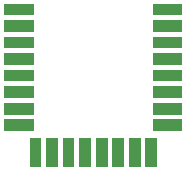
<source format=gtp>
G04 MADE WITH FRITZING*
G04 WWW.FRITZING.ORG*
G04 DOUBLE SIDED*
G04 HOLES PLATED*
G04 CONTOUR ON CENTER OF CONTOUR VECTOR*
%ASAXBY*%
%FSLAX23Y23*%
%MOIN*%
%OFA0B0*%
%SFA1.0B1.0*%
%LNPASTEMASK1*%
G90*
G70*
G36*
X334Y326D02*
X373Y326D01*
X373Y423D01*
X334Y423D01*
X334Y326D02*
G37*
D02*
G36*
X389Y326D02*
X428Y326D01*
X428Y423D01*
X389Y423D01*
X389Y326D02*
G37*
D02*
G36*
X444Y326D02*
X483Y326D01*
X483Y423D01*
X444Y423D01*
X444Y326D02*
G37*
D02*
G36*
X499Y326D02*
X539Y326D01*
X539Y423D01*
X499Y423D01*
X499Y326D02*
G37*
D02*
G36*
X554Y326D02*
X594Y326D01*
X594Y423D01*
X554Y423D01*
X554Y326D02*
G37*
D02*
G36*
X609Y326D02*
X649Y326D01*
X649Y423D01*
X609Y423D01*
X609Y326D02*
G37*
D02*
G36*
X665Y326D02*
X704Y326D01*
X704Y423D01*
X665Y423D01*
X665Y326D02*
G37*
D02*
G36*
X720Y326D02*
X759Y326D01*
X759Y423D01*
X720Y423D01*
X720Y326D02*
G37*
D02*
G36*
X250Y445D02*
X347Y445D01*
X347Y485D01*
X250Y485D01*
X250Y445D02*
G37*
D02*
G36*
X250Y500D02*
X347Y500D01*
X347Y540D01*
X250Y540D01*
X250Y500D02*
G37*
D02*
G36*
X250Y555D02*
X347Y555D01*
X347Y595D01*
X250Y595D01*
X250Y555D02*
G37*
D02*
G36*
X250Y611D02*
X347Y611D01*
X347Y650D01*
X250Y650D01*
X250Y611D02*
G37*
D02*
G36*
X250Y666D02*
X347Y666D01*
X347Y705D01*
X250Y705D01*
X250Y666D02*
G37*
D02*
G36*
X250Y721D02*
X347Y721D01*
X347Y760D01*
X250Y760D01*
X250Y721D02*
G37*
D02*
G36*
X250Y776D02*
X347Y776D01*
X347Y815D01*
X250Y815D01*
X250Y776D02*
G37*
D02*
G36*
X250Y831D02*
X347Y831D01*
X347Y870D01*
X250Y870D01*
X250Y831D02*
G37*
D02*
G36*
X746Y445D02*
X842Y445D01*
X842Y485D01*
X746Y485D01*
X746Y445D02*
G37*
D02*
G36*
X746Y500D02*
X842Y500D01*
X842Y540D01*
X746Y540D01*
X746Y500D02*
G37*
D02*
G36*
X746Y555D02*
X842Y555D01*
X842Y595D01*
X746Y595D01*
X746Y555D02*
G37*
D02*
G36*
X746Y611D02*
X842Y611D01*
X842Y650D01*
X746Y650D01*
X746Y611D02*
G37*
D02*
G36*
X746Y666D02*
X842Y666D01*
X842Y705D01*
X746Y705D01*
X746Y666D02*
G37*
D02*
G36*
X746Y721D02*
X842Y721D01*
X842Y760D01*
X746Y760D01*
X746Y721D02*
G37*
D02*
G36*
X746Y776D02*
X842Y776D01*
X842Y815D01*
X746Y815D01*
X746Y776D02*
G37*
D02*
G36*
X746Y831D02*
X842Y831D01*
X842Y870D01*
X746Y870D01*
X746Y831D02*
G37*
D02*
G04 End of PasteMask1*
M02*
</source>
